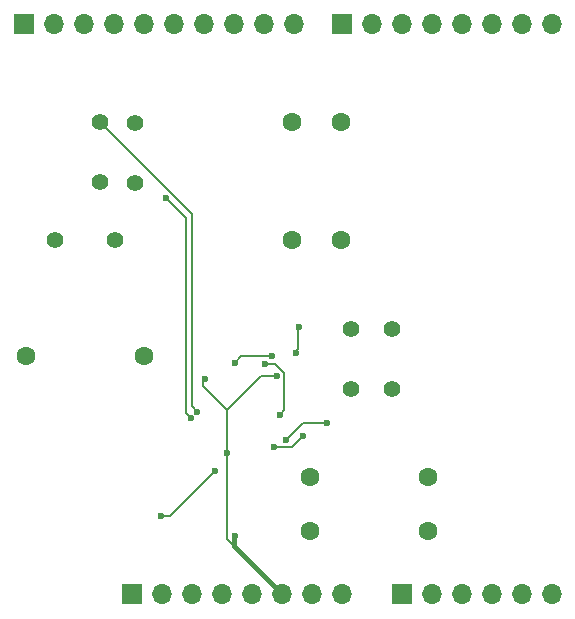
<source format=gbr>
%TF.GenerationSoftware,KiCad,Pcbnew,9.0.4*%
%TF.CreationDate,2025-08-24T03:11:57+05:30*%
%TF.ProjectId,Arduino Shield,41726475-696e-46f2-9053-6869656c642e,rev?*%
%TF.SameCoordinates,Original*%
%TF.FileFunction,Copper,L2,Bot*%
%TF.FilePolarity,Positive*%
%FSLAX46Y46*%
G04 Gerber Fmt 4.6, Leading zero omitted, Abs format (unit mm)*
G04 Created by KiCad (PCBNEW 9.0.4) date 2025-08-24 03:11:57*
%MOMM*%
%LPD*%
G01*
G04 APERTURE LIST*
%TA.AperFunction,ComponentPad*%
%ADD10C,1.400000*%
%TD*%
%TA.AperFunction,ComponentPad*%
%ADD11O,1.700000X1.700000*%
%TD*%
%TA.AperFunction,ComponentPad*%
%ADD12R,1.700000X1.700000*%
%TD*%
%TA.AperFunction,ComponentPad*%
%ADD13C,1.600000*%
%TD*%
%TA.AperFunction,ViaPad*%
%ADD14C,0.600000*%
%TD*%
%TA.AperFunction,Conductor*%
%ADD15C,0.200000*%
%TD*%
%TA.AperFunction,Conductor*%
%ADD16C,0.400000*%
%TD*%
G04 APERTURE END LIST*
D10*
%TO.P,R1,1*%
%TO.N,VCC*%
X128250000Y-62620000D03*
%TO.P,R1,2*%
%TO.N,SDA{slash}A4*%
X128250000Y-57540000D03*
%TD*%
%TO.P,R2,1*%
%TO.N,VCC*%
X125250000Y-62580000D03*
%TO.P,R2,2*%
%TO.N,SCL{slash}A5*%
X125250000Y-57500000D03*
%TD*%
%TO.P,R5,2*%
%TO.N,Net-(D1-A)*%
X121460000Y-67500000D03*
%TO.P,R5,1*%
%TO.N,VCC*%
X126540000Y-67500000D03*
%TD*%
%TO.P,R4,2*%
%TO.N,Net-(U1-AUX_DA)*%
X146500000Y-80120000D03*
%TO.P,R4,1*%
%TO.N,VCC*%
X146500000Y-75040000D03*
%TD*%
%TO.P,R3,2*%
%TO.N,Net-(U1-AUX_CL)*%
X150000000Y-80080000D03*
%TO.P,R3,1*%
%TO.N,VCC*%
X150000000Y-75000000D03*
%TD*%
D11*
%TO.P,J3,6,Pin_6*%
%TO.N,/A5*%
X163500000Y-97460000D03*
%TO.P,J3,5,Pin_5*%
%TO.N,/A4*%
X160960000Y-97460000D03*
%TO.P,J3,4,Pin_4*%
%TO.N,/A3*%
X158420000Y-97460000D03*
%TO.P,J3,3,Pin_3*%
%TO.N,/A2*%
X155880000Y-97460000D03*
%TO.P,J3,2,Pin_2*%
%TO.N,/A1*%
X153340000Y-97460000D03*
D12*
%TO.P,J3,1,Pin_1*%
%TO.N,/A0*%
X150800000Y-97460000D03*
%TD*%
D11*
%TO.P,J2,10,Pin_10*%
%TO.N,/8*%
X141656000Y-49200000D03*
%TO.P,J2,9,Pin_9*%
%TO.N,/\u002A9*%
X139116000Y-49200000D03*
%TO.P,J2,8,Pin_8*%
%TO.N,/\u002A10*%
X136576000Y-49200000D03*
%TO.P,J2,7,Pin_7*%
%TO.N,/\u002A11*%
X134036000Y-49200000D03*
%TO.P,J2,6,Pin_6*%
%TO.N,/12*%
X131496000Y-49200000D03*
%TO.P,J2,5,Pin_5*%
%TO.N,/13*%
X128956000Y-49200000D03*
%TO.P,J2,4,Pin_4*%
%TO.N,GND*%
X126416000Y-49200000D03*
%TO.P,J2,3,Pin_3*%
%TO.N,/AREF*%
X123876000Y-49200000D03*
%TO.P,J2,2,Pin_2*%
%TO.N,SDA{slash}A4*%
X121336000Y-49200000D03*
D12*
%TO.P,J2,1,Pin_1*%
%TO.N,SCL{slash}A5*%
X118796000Y-49200000D03*
%TD*%
D11*
%TO.P,J1,8,Pin_8*%
%TO.N,VCC1*%
X145720000Y-97460000D03*
%TO.P,J1,7,Pin_7*%
%TO.N,GND*%
X143180000Y-97460000D03*
%TO.P,J1,6,Pin_6*%
X140640000Y-97460000D03*
%TO.P,J1,5,Pin_5*%
%TO.N,+5V*%
X138100000Y-97460000D03*
%TO.P,J1,4,Pin_4*%
%TO.N,+3V3*%
X135560000Y-97460000D03*
%TO.P,J1,3,Pin_3*%
%TO.N,/~{RESET}*%
X133020000Y-97460000D03*
%TO.P,J1,2,Pin_2*%
%TO.N,/IOREF*%
X130480000Y-97460000D03*
D12*
%TO.P,J1,1,Pin_1*%
%TO.N,unconnected-(J1-Pin_1-Pad1)*%
X127940000Y-97460000D03*
%TD*%
D13*
%TO.P,C6,2*%
%TO.N,GND*%
X119000000Y-77250000D03*
%TO.P,C6,1*%
%TO.N,VCC*%
X129000000Y-77250000D03*
%TD*%
%TO.P,C2,2*%
%TO.N,GND*%
X153000000Y-87500000D03*
%TO.P,C2,1*%
%TO.N,VCC*%
X143000000Y-87500000D03*
%TD*%
%TO.P,C1,2*%
%TO.N,VCC*%
X143000000Y-92100000D03*
%TO.P,C1,1*%
%TO.N,GND*%
X153000000Y-92100000D03*
%TD*%
D12*
%TO.P,J4,1,Pin_1*%
%TO.N,/7*%
X145720000Y-49200000D03*
D11*
%TO.P,J4,2,Pin_2*%
%TO.N,/\u002A6*%
X148260000Y-49200000D03*
%TO.P,J4,3,Pin_3*%
%TO.N,/\u002A5*%
X150800000Y-49200000D03*
%TO.P,J4,4,Pin_4*%
%TO.N,/4*%
X153340000Y-49200000D03*
%TO.P,J4,5,Pin_5*%
%TO.N,/\u002A3*%
X155880000Y-49200000D03*
%TO.P,J4,6,Pin_6*%
%TO.N,/2*%
X158420000Y-49200000D03*
%TO.P,J4,7,Pin_7*%
%TO.N,/TX{slash}1*%
X160960000Y-49200000D03*
%TO.P,J4,8,Pin_8*%
%TO.N,/RX{slash}0*%
X163500000Y-49200000D03*
%TD*%
D13*
%TO.P,C4,1*%
%TO.N,Net-(U1-REGOUT)*%
X145650000Y-67500000D03*
%TO.P,C4,2*%
%TO.N,GND*%
X145650000Y-57500000D03*
%TD*%
%TO.P,C3,1*%
%TO.N,Net-(U1-CPOUT)*%
X141500000Y-67500000D03*
%TO.P,C3,2*%
%TO.N,GND*%
X141500000Y-57500000D03*
%TD*%
D14*
%TO.N,SDA{slash}A4*%
X130800367Y-63949633D03*
%TO.N,Net-(U1-CPOUT)*%
X139825735Y-77325735D03*
X136700735Y-77850000D03*
%TO.N,VCC*%
X130450051Y-90800001D03*
X135000000Y-87000000D03*
%TO.N,SCL{slash}A5*%
X133500000Y-82000000D03*
%TO.N,SDA{slash}A4*%
X132934313Y-82565687D03*
%TO.N,GND*%
X134100000Y-79212637D03*
X136660000Y-92500000D03*
X136000000Y-85500000D03*
X140250000Y-79000000D03*
%TO.N,Net-(U1-REGOUT)*%
X141810357Y-77038173D03*
X142100000Y-74801000D03*
%TO.N,Net-(U1-AUX_CL)*%
X141000000Y-84400000D03*
X144500000Y-83000000D03*
%TO.N,Net-(U1-AUX_DA)*%
X140000000Y-85000000D03*
X142403677Y-84096323D03*
%TO.N,VCC*%
X139250000Y-78000000D03*
X140500000Y-82250000D03*
%TD*%
D15*
%TO.N,SDA{slash}A4*%
X132500000Y-82131374D02*
X132934313Y-82565687D01*
X130800367Y-63949633D02*
X132500000Y-65649265D01*
X132500000Y-65649265D02*
X132500000Y-82131374D01*
%TO.N,Net-(U1-CPOUT)*%
X137225000Y-77325735D02*
X139825735Y-77325735D01*
X136700735Y-77850000D02*
X137225000Y-77325735D01*
%TO.N,VCC*%
X135000000Y-87000000D02*
X131199999Y-90800001D01*
X131199999Y-90800001D02*
X130450051Y-90800001D01*
%TO.N,SCL{slash}A5*%
X133000000Y-65250000D02*
X125250000Y-57500000D01*
X133000000Y-81500000D02*
X133000000Y-65250000D01*
X133500000Y-82000000D02*
X133000000Y-81500000D01*
%TO.N,GND*%
X136000000Y-86000000D02*
X136000000Y-85500000D01*
D16*
X136590000Y-93410000D02*
X136590000Y-92570000D01*
X140640000Y-97460000D02*
X136590000Y-93410000D01*
D15*
X136000000Y-81856644D02*
X138856644Y-79000000D01*
X136590000Y-93410000D02*
X136000000Y-92820000D01*
X136000000Y-92820000D02*
X136000000Y-86000000D01*
X134000000Y-79312637D02*
X134100000Y-79212637D01*
X138856644Y-79000000D02*
X140250000Y-79000000D01*
X136000000Y-86000000D02*
X136000000Y-81856644D01*
D16*
X136590000Y-92570000D02*
X136660000Y-92500000D01*
D15*
X134000000Y-79856644D02*
X134000000Y-79312637D01*
X136000000Y-81856644D02*
X134000000Y-79856644D01*
%TO.N,Net-(U1-REGOUT)*%
X142000000Y-76700000D02*
X141810357Y-76889643D01*
X142000000Y-74901000D02*
X142000000Y-76700000D01*
X142100000Y-74801000D02*
X142000000Y-74901000D01*
X141810357Y-76889643D02*
X141810357Y-77038173D01*
%TO.N,Net-(U1-AUX_CL)*%
X141000000Y-84400000D02*
X142400000Y-83000000D01*
X142400000Y-83000000D02*
X144500000Y-83000000D01*
%TO.N,Net-(U1-AUX_DA)*%
X140000000Y-85000000D02*
X141500000Y-85000000D01*
X141500000Y-85000000D02*
X142403677Y-84096323D01*
%TO.N,VCC*%
X140851000Y-78751057D02*
X140851000Y-81899000D01*
X140851000Y-81899000D02*
X140500000Y-82250000D01*
X139250000Y-78000000D02*
X140099943Y-78000000D01*
X140099943Y-78000000D02*
X140851000Y-78751057D01*
%TD*%
M02*

</source>
